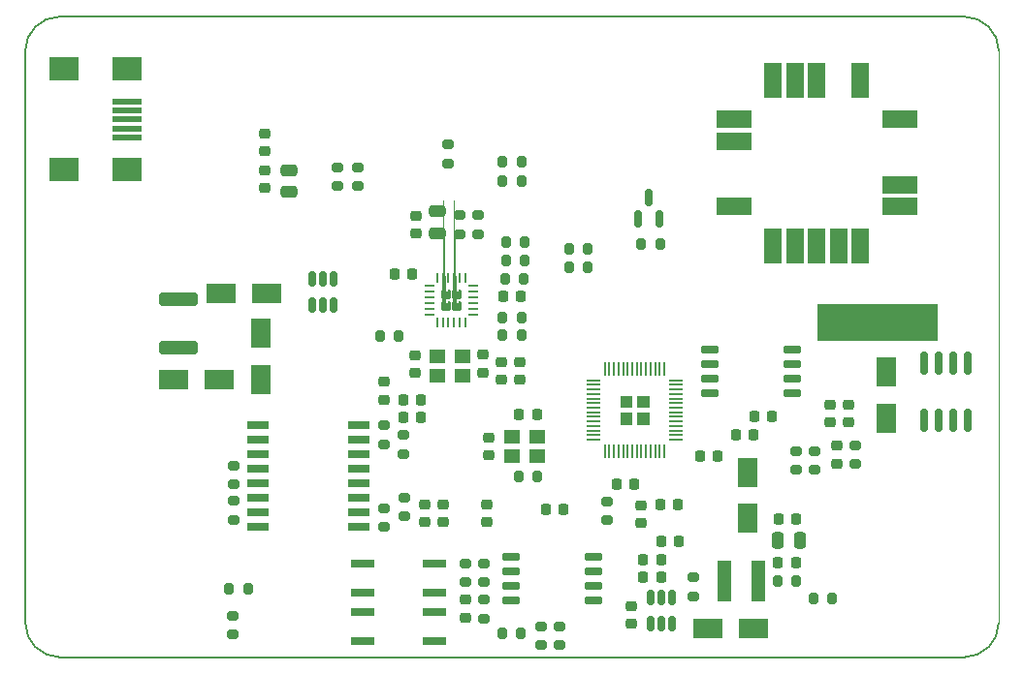
<source format=gbr>
%TF.GenerationSoftware,KiCad,Pcbnew,(6.0.4)*%
%TF.CreationDate,2022-04-11T12:28:49+02:00*%
%TF.ProjectId,PSE_RP2040,5053455f-5250-4323-9034-302e6b696361,rev?*%
%TF.SameCoordinates,Original*%
%TF.FileFunction,Paste,Top*%
%TF.FilePolarity,Positive*%
%FSLAX46Y46*%
G04 Gerber Fmt 4.6, Leading zero omitted, Abs format (unit mm)*
G04 Created by KiCad (PCBNEW (6.0.4)) date 2022-04-11 12:28:49*
%MOMM*%
%LPD*%
G01*
G04 APERTURE LIST*
G04 Aperture macros list*
%AMRoundRect*
0 Rectangle with rounded corners*
0 $1 Rounding radius*
0 $2 $3 $4 $5 $6 $7 $8 $9 X,Y pos of 4 corners*
0 Add a 4 corners polygon primitive as box body*
4,1,4,$2,$3,$4,$5,$6,$7,$8,$9,$2,$3,0*
0 Add four circle primitives for the rounded corners*
1,1,$1+$1,$2,$3*
1,1,$1+$1,$4,$5*
1,1,$1+$1,$6,$7*
1,1,$1+$1,$8,$9*
0 Add four rect primitives between the rounded corners*
20,1,$1+$1,$2,$3,$4,$5,0*
20,1,$1+$1,$4,$5,$6,$7,0*
20,1,$1+$1,$6,$7,$8,$9,0*
20,1,$1+$1,$8,$9,$2,$3,0*%
%AMFreePoly0*
4,1,57,0.211049,0.458455,0.230584,0.458455,0.247503,0.448687,0.266375,0.443630,0.280190,0.429815,0.297109,0.420047,0.420048,0.297109,0.429817,0.280188,0.443630,0.266375,0.448687,0.247504,0.458455,0.230584,0.458455,0.211049,0.463512,0.192176,0.463512,-0.192176,0.458455,-0.211049,0.458455,-0.230584,0.448687,-0.247504,0.443630,-0.266375,0.429817,-0.280188,0.420048,-0.297109,
0.297109,-0.420047,0.280190,-0.429815,0.266375,-0.443630,0.247503,-0.448687,0.230584,-0.458455,0.211049,-0.458455,0.192176,-0.463512,-0.192176,-0.463512,-0.211049,-0.458455,-0.230584,-0.458455,-0.247504,-0.448687,-0.266375,-0.443630,-0.280188,-0.429817,-0.297109,-0.420048,-0.420047,-0.297109,-0.429815,-0.280190,-0.443630,-0.266375,-0.448687,-0.247503,-0.458455,-0.230584,-0.458455,-0.211049,
-0.463512,-0.192176,-0.463512,0.192176,-0.458455,0.211049,-0.458455,0.230584,-0.448687,0.247503,-0.443630,0.266375,-0.429815,0.280190,-0.420047,0.297109,-0.297109,0.420048,-0.280188,0.429817,-0.266375,0.443630,-0.247504,0.448687,-0.230584,0.458455,-0.211049,0.458455,-0.192176,0.463512,0.192176,0.463512,0.211049,0.458455,0.211049,0.458455,$1*%
G04 Aperture macros list end*
%TA.AperFunction,Profile*%
%ADD10C,0.150000*%
%TD*%
%TA.AperFunction,Profile*%
%ADD11C,0.100000*%
%TD*%
%ADD12C,0.120000*%
%ADD13RoundRect,0.225000X0.250000X-0.225000X0.250000X0.225000X-0.250000X0.225000X-0.250000X-0.225000X0*%
%ADD14RoundRect,0.200000X0.275000X-0.200000X0.275000X0.200000X-0.275000X0.200000X-0.275000X-0.200000X0*%
%ADD15RoundRect,0.200000X-0.200000X-0.275000X0.200000X-0.275000X0.200000X0.275000X-0.200000X0.275000X0*%
%ADD16RoundRect,0.150000X-0.650000X-0.150000X0.650000X-0.150000X0.650000X0.150000X-0.650000X0.150000X0*%
%ADD17R,2.500000X1.800000*%
%ADD18R,2.000000X0.640000*%
%ADD19RoundRect,0.150000X0.150000X-0.512500X0.150000X0.512500X-0.150000X0.512500X-0.150000X-0.512500X0*%
%ADD20RoundRect,0.225000X-0.250000X0.225000X-0.250000X-0.225000X0.250000X-0.225000X0.250000X0.225000X0*%
%ADD21RoundRect,0.218750X-0.256250X0.218750X-0.256250X-0.218750X0.256250X-0.218750X0.256250X0.218750X0*%
%ADD22RoundRect,0.225000X-0.225000X-0.250000X0.225000X-0.250000X0.225000X0.250000X-0.225000X0.250000X0*%
%ADD23RoundRect,0.200000X-0.275000X0.200000X-0.275000X-0.200000X0.275000X-0.200000X0.275000X0.200000X0*%
%ADD24R,1.800000X2.500000*%
%ADD25RoundRect,0.250000X-0.250000X-0.475000X0.250000X-0.475000X0.250000X0.475000X-0.250000X0.475000X0*%
%ADD26RoundRect,0.250000X-0.475000X0.250000X-0.475000X-0.250000X0.475000X-0.250000X0.475000X0.250000X0*%
%ADD27RoundRect,0.225000X0.225000X0.250000X-0.225000X0.250000X-0.225000X-0.250000X0.225000X-0.250000X0*%
%ADD28RoundRect,0.218750X0.218750X0.256250X-0.218750X0.256250X-0.218750X-0.256250X0.218750X-0.256250X0*%
%ADD29RoundRect,0.200000X0.200000X0.275000X-0.200000X0.275000X-0.200000X-0.275000X0.200000X-0.275000X0*%
%ADD30R,1.150000X3.600000*%
%ADD31R,1.400000X1.200000*%
%ADD32FreePoly0,90.000000*%
%ADD33RoundRect,0.062500X0.062500X-0.375000X0.062500X0.375000X-0.062500X0.375000X-0.062500X-0.375000X0*%
%ADD34RoundRect,0.062500X0.375000X-0.062500X0.375000X0.062500X-0.375000X0.062500X-0.375000X-0.062500X0*%
%ADD35R,1.500000X3.100000*%
%ADD36R,3.100000X1.500000*%
%ADD37RoundRect,0.218750X0.256250X-0.218750X0.256250X0.218750X-0.256250X0.218750X-0.256250X-0.218750X0*%
%ADD38R,10.500000X3.200000*%
%ADD39R,1.910000X0.640000*%
%ADD40RoundRect,0.250000X0.475000X-0.250000X0.475000X0.250000X-0.475000X0.250000X-0.475000X-0.250000X0*%
%ADD41RoundRect,0.150000X0.150000X-0.587500X0.150000X0.587500X-0.150000X0.587500X-0.150000X-0.587500X0*%
%ADD42RoundRect,0.052500X-0.052500X0.522500X-0.052500X-0.522500X0.052500X-0.522500X0.052500X0.522500X0*%
%ADD43RoundRect,0.050000X-0.525000X0.050000X-0.525000X-0.050000X0.525000X-0.050000X0.525000X0.050000X0*%
%ADD44RoundRect,0.050000X-0.050000X0.525000X-0.050000X-0.525000X0.050000X-0.525000X0.050000X0.525000X0*%
%ADD45RoundRect,0.150000X-0.150000X0.825000X-0.150000X-0.825000X0.150000X-0.825000X0.150000X0.825000X0*%
%ADD46RoundRect,0.250000X-1.450000X0.312500X-1.450000X-0.312500X1.450000X-0.312500X1.450000X0.312500X0*%
%ADD47R,2.500000X0.500000*%
%ADD48R,2.500000X2.000000*%
G04 APERTURE END LIST*
D10*
X182000000Y-158000000D02*
X103000000Y-158000000D01*
D11*
X185000000Y-105000000D02*
X185000000Y-155000000D01*
D10*
X100000000Y-155000000D02*
X100000000Y-105000000D01*
X100000000Y-155000000D02*
G75*
G03*
X103000000Y-158000000I3000000J0D01*
G01*
X182000000Y-158000000D02*
G75*
G03*
X185000000Y-155000000I0J3000000D01*
G01*
X103000000Y-102000000D02*
G75*
G03*
X100000000Y-105000000I0J-3000000D01*
G01*
X185000000Y-105000000D02*
G75*
G03*
X182000000Y-102000000I-3000000J0D01*
G01*
X103000000Y-102000000D02*
X182000000Y-102000000D01*
D12*
%TO.C,U1*%
X154450000Y-136650000D02*
X153450000Y-136650000D01*
X153450000Y-136650000D02*
X153450000Y-137650000D01*
X153450000Y-137650000D02*
X154450000Y-137650000D01*
X154450000Y-137650000D02*
X154450000Y-136650000D01*
G36*
X154450000Y-136650000D02*
G01*
X153450000Y-136650000D01*
X153450000Y-137650000D01*
X154450000Y-137650000D01*
X154450000Y-136650000D01*
G37*
X152950000Y-136650000D02*
X151950000Y-136650000D01*
X151950000Y-136650000D02*
X151950000Y-137650000D01*
X151950000Y-137650000D02*
X152950000Y-137650000D01*
X152950000Y-137650000D02*
X152950000Y-136650000D01*
G36*
X152950000Y-136650000D02*
G01*
X151950000Y-136650000D01*
X151950000Y-137650000D01*
X152950000Y-137650000D01*
X152950000Y-136650000D01*
G37*
X152950000Y-135150000D02*
X151950000Y-135150000D01*
X151950000Y-135150000D02*
X151950000Y-136150000D01*
X151950000Y-136150000D02*
X152950000Y-136150000D01*
X152950000Y-136150000D02*
X152950000Y-135150000D01*
G36*
X152950000Y-135150000D02*
G01*
X151950000Y-135150000D01*
X151950000Y-136150000D01*
X152950000Y-136150000D01*
X152950000Y-135150000D01*
G37*
X154450000Y-135150000D02*
X153450000Y-135150000D01*
X153450000Y-135150000D02*
X153450000Y-136150000D01*
X153450000Y-136150000D02*
X154450000Y-136150000D01*
X154450000Y-136150000D02*
X154450000Y-135150000D01*
G36*
X154450000Y-135150000D02*
G01*
X153450000Y-135150000D01*
X153450000Y-136150000D01*
X154450000Y-136150000D01*
X154450000Y-135150000D01*
G37*
%TD*%
D13*
%TO.C,C5*%
X140500000Y-140375000D03*
X140500000Y-138825000D03*
%TD*%
D14*
%TO.C,R19*%
X137900000Y-121000000D03*
X137900000Y-119350000D03*
%TD*%
D15*
%TO.C,R17*%
X141975000Y-123300000D03*
X143625000Y-123300000D03*
%TD*%
D16*
%TO.C,U7*%
X142451600Y-149195200D03*
X142451600Y-150465200D03*
X142451600Y-151735200D03*
X142451600Y-153005200D03*
X149651600Y-153005200D03*
X149651600Y-151735200D03*
X149651600Y-150465200D03*
X149651600Y-149195200D03*
%TD*%
D17*
%TO.C,D7*%
X116960400Y-133705600D03*
X112960400Y-133705600D03*
%TD*%
D14*
%TO.C,R37*%
X136900000Y-114825000D03*
X136900000Y-113175000D03*
%TD*%
%TO.C,R23*%
X131343400Y-146634200D03*
X131343400Y-144984200D03*
%TD*%
D18*
%TO.C,D2*%
X135738000Y-156641800D03*
X135738000Y-154101800D03*
X129438000Y-154101800D03*
X129438000Y-156641800D03*
%TD*%
D19*
%TO.C,U4*%
X125050000Y-127237500D03*
X126000000Y-127237500D03*
X126950000Y-127237500D03*
X126950000Y-124962500D03*
X126000000Y-124962500D03*
X125050000Y-124962500D03*
%TD*%
D15*
%TO.C,R34*%
X165685000Y-151358600D03*
X167335000Y-151358600D03*
%TD*%
D20*
%TO.C,C20*%
X140000000Y-131575000D03*
X140000000Y-133125000D03*
%TD*%
D21*
%TO.C,L2*%
X131290000Y-133932500D03*
X131290000Y-135507500D03*
%TD*%
D20*
%TO.C,C3*%
X120929400Y-115430000D03*
X120929400Y-116980000D03*
%TD*%
D15*
%TO.C,R27*%
X153775000Y-121850000D03*
X155425000Y-121850000D03*
%TD*%
D22*
%TO.C,C26*%
X133015000Y-135500000D03*
X134565000Y-135500000D03*
%TD*%
D15*
%TO.C,R18*%
X141975000Y-121700000D03*
X143625000Y-121700000D03*
%TD*%
D23*
%TO.C,R32*%
X140030200Y-149822400D03*
X140030200Y-151472400D03*
%TD*%
%TO.C,R7*%
X118200000Y-141275000D03*
X118200000Y-142925000D03*
%TD*%
%TO.C,R26*%
X131292600Y-137745200D03*
X131292600Y-139395200D03*
%TD*%
%TO.C,R16*%
X139500000Y-119350000D03*
X139500000Y-121000000D03*
%TD*%
D24*
%TO.C,D6*%
X163050000Y-145860000D03*
X163050000Y-141860000D03*
%TD*%
D14*
%TO.C,R39*%
X158318200Y-152666200D03*
X158318200Y-151016200D03*
%TD*%
D22*
%TO.C,C11*%
X163625000Y-137000000D03*
X165175000Y-137000000D03*
%TD*%
D15*
%TO.C,R21*%
X117805000Y-152060000D03*
X119455000Y-152060000D03*
%TD*%
D14*
%TO.C,R5*%
X167300000Y-141625000D03*
X167300000Y-139975000D03*
%TD*%
D25*
%TO.C,C35*%
X165737800Y-147777200D03*
X167637800Y-147777200D03*
%TD*%
D17*
%TO.C,D5*%
X163620200Y-155524200D03*
X159620200Y-155524200D03*
%TD*%
D26*
%TO.C,C4*%
X123037600Y-115432800D03*
X123037600Y-117332800D03*
%TD*%
D27*
%TO.C,C29*%
X155511800Y-151028400D03*
X153961800Y-151028400D03*
%TD*%
D15*
%TO.C,R28*%
X141675000Y-116400000D03*
X143325000Y-116400000D03*
%TD*%
D28*
%TO.C,D4*%
X153187500Y-142900000D03*
X151612500Y-142900000D03*
%TD*%
D24*
%TO.C,D1*%
X175200000Y-137100000D03*
X175200000Y-133100000D03*
%TD*%
D22*
%TO.C,C7*%
X155425000Y-144700000D03*
X156975000Y-144700000D03*
%TD*%
D29*
%TO.C,R11*%
X143325000Y-114700000D03*
X141675000Y-114700000D03*
%TD*%
D13*
%TO.C,C21*%
X134075000Y-133175000D03*
X134075000Y-131625000D03*
%TD*%
%TO.C,C32*%
X152882600Y-155080600D03*
X152882600Y-153530600D03*
%TD*%
D24*
%TO.C,D8*%
X120573800Y-129699000D03*
X120573800Y-133699000D03*
%TD*%
D30*
%TO.C,L3*%
X161021800Y-151358600D03*
X163971800Y-151358600D03*
%TD*%
D15*
%TO.C,R35*%
X168809200Y-152882600D03*
X170459200Y-152882600D03*
%TD*%
D14*
%TO.C,R31*%
X145029600Y-156975400D03*
X145029600Y-155325400D03*
%TD*%
D22*
%TO.C,C33*%
X165735000Y-149758400D03*
X167285000Y-149758400D03*
%TD*%
D23*
%TO.C,R24*%
X133070600Y-144069800D03*
X133070600Y-145719800D03*
%TD*%
D14*
%TO.C,R29*%
X146630600Y-156971000D03*
X146630600Y-155321000D03*
%TD*%
D13*
%TO.C,C6*%
X140300000Y-146175000D03*
X140300000Y-144625000D03*
%TD*%
D31*
%TO.C,Y2*%
X144700000Y-138750000D03*
X142500000Y-138750000D03*
X142500000Y-140450000D03*
X144700000Y-140450000D03*
%TD*%
D22*
%TO.C,C12*%
X158925000Y-140400000D03*
X160475000Y-140400000D03*
%TD*%
D27*
%TO.C,C30*%
X155511800Y-149453600D03*
X153961800Y-149453600D03*
%TD*%
D22*
%TO.C,C25*%
X133025000Y-137080000D03*
X134575000Y-137080000D03*
%TD*%
D20*
%TO.C,C14*%
X153800000Y-144725000D03*
X153800000Y-146275000D03*
%TD*%
D29*
%TO.C,R8*%
X143325000Y-129850000D03*
X141675000Y-129850000D03*
%TD*%
D32*
%TO.C,IC1*%
X137700000Y-127300000D03*
X136700000Y-126300000D03*
X137700000Y-126300000D03*
X136700000Y-127300000D03*
D33*
X135950000Y-128737500D03*
X136450000Y-128737500D03*
X136950000Y-128737500D03*
X137450000Y-128737500D03*
X137950000Y-128737500D03*
X138450000Y-128737500D03*
D34*
X139137500Y-128050000D03*
X139137500Y-127550000D03*
X139137500Y-127050000D03*
X139137500Y-126550000D03*
X139137500Y-126050000D03*
X139137500Y-125550000D03*
D33*
X138450000Y-124862500D03*
X137950000Y-124862500D03*
X137450000Y-124862500D03*
X136950000Y-124862500D03*
X136450000Y-124862500D03*
X135950000Y-124862500D03*
D34*
X135262500Y-125550000D03*
X135262500Y-126050000D03*
X135262500Y-126550000D03*
X135262500Y-127050000D03*
X135262500Y-127550000D03*
X135262500Y-128050000D03*
%TD*%
D35*
%TO.C,IC2*%
X165300000Y-122050000D03*
X167200000Y-122050000D03*
X169100000Y-122050000D03*
X171000000Y-122050000D03*
X172900000Y-122050000D03*
D36*
X176350000Y-118600000D03*
X176350000Y-116700000D03*
X176350000Y-111000000D03*
D35*
X172900000Y-107550000D03*
X169100000Y-107550000D03*
X167200000Y-107550000D03*
X165300000Y-107550000D03*
D36*
X161850000Y-111000000D03*
X161850000Y-112900000D03*
X161850000Y-118600000D03*
%TD*%
D13*
%TO.C,C18*%
X170300000Y-137450000D03*
X170300000Y-135900000D03*
%TD*%
D22*
%TO.C,C34*%
X165745000Y-145900000D03*
X167295000Y-145900000D03*
%TD*%
D14*
%TO.C,R3*%
X150800000Y-146025000D03*
X150800000Y-144375000D03*
%TD*%
D17*
%TO.C,D9*%
X117100600Y-126238000D03*
X121100600Y-126238000D03*
%TD*%
D15*
%TO.C,R14*%
X147480000Y-122300000D03*
X149130000Y-122300000D03*
%TD*%
D27*
%TO.C,C22*%
X133775000Y-124500000D03*
X132225000Y-124500000D03*
%TD*%
D37*
%TO.C,L1*%
X120929400Y-113792100D03*
X120929400Y-112217100D03*
%TD*%
D15*
%TO.C,R15*%
X147475000Y-123900000D03*
X149125000Y-123900000D03*
%TD*%
D13*
%TO.C,C15*%
X171900000Y-137450000D03*
X171900000Y-135900000D03*
%TD*%
D14*
%TO.C,R2*%
X172500000Y-141125000D03*
X172500000Y-139475000D03*
%TD*%
%TO.C,R33*%
X138430000Y-151472400D03*
X138430000Y-149822400D03*
%TD*%
D29*
%TO.C,R9*%
X143325000Y-128300000D03*
X141675000Y-128300000D03*
%TD*%
D38*
%TO.C,Y1*%
X174400000Y-128770000D03*
%TD*%
D22*
%TO.C,C10*%
X162025000Y-138550000D03*
X163575000Y-138550000D03*
%TD*%
D39*
%TO.C,T1*%
X129124400Y-146622000D03*
X129124400Y-145352000D03*
X129124400Y-144082000D03*
X129124400Y-142812000D03*
X129124400Y-141542000D03*
X129124400Y-140272000D03*
X129124400Y-139002000D03*
X129124400Y-137732000D03*
X120354400Y-137732000D03*
X120354400Y-139002000D03*
X120354400Y-140272000D03*
X120354400Y-141542000D03*
X120354400Y-142812000D03*
X120354400Y-144082000D03*
X120354400Y-145352000D03*
X120354400Y-146622000D03*
%TD*%
D13*
%TO.C,C28*%
X138430000Y-154534200D03*
X138430000Y-152984200D03*
%TD*%
D40*
%TO.C,C24*%
X136000000Y-120925000D03*
X136000000Y-119025000D03*
%TD*%
D15*
%TO.C,R30*%
X141618200Y-155956000D03*
X143268200Y-155956000D03*
%TD*%
D27*
%TO.C,C2*%
X144675000Y-136800000D03*
X143125000Y-136800000D03*
%TD*%
D23*
%TO.C,R13*%
X129000000Y-115175000D03*
X129000000Y-116825000D03*
%TD*%
D20*
%TO.C,C19*%
X141600000Y-132225000D03*
X141600000Y-133775000D03*
%TD*%
D22*
%TO.C,C31*%
X155511200Y-147878800D03*
X157061200Y-147878800D03*
%TD*%
D23*
%TO.C,R38*%
X140030200Y-152997400D03*
X140030200Y-154647400D03*
%TD*%
D41*
%TO.C,Q2*%
X153500000Y-119687500D03*
X155400000Y-119687500D03*
X154450000Y-117812500D03*
%TD*%
D42*
%TO.C,U1*%
X155800000Y-132825000D03*
X155400000Y-132825000D03*
X155000000Y-132825000D03*
X154600000Y-132825000D03*
X154200000Y-132825000D03*
X153800000Y-132825000D03*
X153400000Y-132825000D03*
X153000000Y-132825000D03*
X152600000Y-132825000D03*
X152200000Y-132825000D03*
X151800000Y-132825000D03*
X151400000Y-132825000D03*
X151000000Y-132825000D03*
X150600000Y-132825000D03*
D43*
X149625000Y-133800000D03*
X149625000Y-134200000D03*
X149625000Y-134600000D03*
X149625000Y-135000000D03*
X149625000Y-135400000D03*
X149625000Y-135800000D03*
X149625000Y-136200000D03*
X149625000Y-136600000D03*
X149625000Y-137000000D03*
X149625000Y-137400000D03*
X149625000Y-137800000D03*
X149625000Y-138200000D03*
X149625000Y-138600000D03*
X149625000Y-139000000D03*
D44*
X150600000Y-139975000D03*
X151000000Y-139975000D03*
X151400000Y-139975000D03*
X151800000Y-139975000D03*
X152200000Y-139975000D03*
X152600000Y-139975000D03*
X153000000Y-139975000D03*
X153400000Y-139975000D03*
X153800000Y-139975000D03*
X154200000Y-139975000D03*
X154600000Y-139975000D03*
X155000000Y-139975000D03*
X155400000Y-139975000D03*
X155800000Y-139975000D03*
D43*
X156775000Y-139000000D03*
X156775000Y-138600000D03*
X156775000Y-138200000D03*
X156775000Y-137800000D03*
X156775000Y-137400000D03*
X156775000Y-137000000D03*
X156775000Y-136600000D03*
X156775000Y-136200000D03*
X156775000Y-135800000D03*
X156775000Y-135400000D03*
X156775000Y-135000000D03*
X156775000Y-134600000D03*
X156775000Y-134200000D03*
X156775000Y-133800000D03*
%TD*%
D14*
%TO.C,R25*%
X133019800Y-140258800D03*
X133019800Y-138608800D03*
%TD*%
D23*
%TO.C,R20*%
X118200000Y-144365000D03*
X118200000Y-146015000D03*
%TD*%
D29*
%TO.C,R1*%
X144725000Y-142200000D03*
X143075000Y-142200000D03*
%TD*%
D14*
%TO.C,R6*%
X118110000Y-156019000D03*
X118110000Y-154369000D03*
%TD*%
D20*
%TO.C,C27*%
X134875000Y-144625000D03*
X134875000Y-146175000D03*
%TD*%
D31*
%TO.C,Y3*%
X138175000Y-131700000D03*
X135975000Y-131700000D03*
X135975000Y-133400000D03*
X138175000Y-133400000D03*
%TD*%
D23*
%TO.C,R12*%
X127300000Y-115175000D03*
X127300000Y-116825000D03*
%TD*%
D15*
%TO.C,R10*%
X141875000Y-124900000D03*
X143525000Y-124900000D03*
%TD*%
D13*
%TO.C,C23*%
X134100000Y-120950000D03*
X134100000Y-119400000D03*
%TD*%
D20*
%TO.C,C13*%
X170900000Y-139525000D03*
X170900000Y-141075000D03*
%TD*%
D45*
%TO.C,U2*%
X182305000Y-132325000D03*
X181035000Y-132325000D03*
X179765000Y-132325000D03*
X178495000Y-132325000D03*
X178495000Y-137275000D03*
X179765000Y-137275000D03*
X181035000Y-137275000D03*
X182305000Y-137275000D03*
%TD*%
D22*
%TO.C,C16*%
X141725000Y-126500000D03*
X143275000Y-126500000D03*
%TD*%
D16*
%TO.C,U5*%
X159800000Y-131095000D03*
X159800000Y-132365000D03*
X159800000Y-133635000D03*
X159800000Y-134905000D03*
X167000000Y-134905000D03*
X167000000Y-133635000D03*
X167000000Y-132365000D03*
X167000000Y-131095000D03*
%TD*%
D20*
%TO.C,C17*%
X143200000Y-132225000D03*
X143200000Y-133775000D03*
%TD*%
D19*
%TO.C,U8*%
X154574200Y-155075100D03*
X155524200Y-155075100D03*
X156474200Y-155075100D03*
X156474200Y-152800100D03*
X155524200Y-152800100D03*
X154574200Y-152800100D03*
%TD*%
D46*
%TO.C,F1*%
X113411000Y-126691300D03*
X113411000Y-130966300D03*
%TD*%
D27*
%TO.C,C9*%
X146975000Y-145100000D03*
X145425000Y-145100000D03*
%TD*%
D18*
%TO.C,D3*%
X135738000Y-152349200D03*
X135738000Y-149809200D03*
X129438000Y-149809200D03*
X129438000Y-152349200D03*
%TD*%
D20*
%TO.C,C8*%
X136500000Y-144625000D03*
X136500000Y-146175000D03*
%TD*%
D14*
%TO.C,R4*%
X168900000Y-141625000D03*
X168900000Y-139975000D03*
%TD*%
D29*
%TO.C,R22*%
X132600000Y-129950000D03*
X130950000Y-129950000D03*
%TD*%
D47*
%TO.C,J2*%
X108875000Y-109400000D03*
X108875000Y-110200000D03*
X108875000Y-111000000D03*
X108875000Y-111800000D03*
X108875000Y-112600000D03*
D48*
X103375000Y-115400000D03*
X108875000Y-115400000D03*
X108875000Y-106600000D03*
X103375000Y-106600000D03*
%TD*%
M02*

</source>
